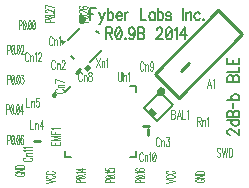
<source format=gto>
G04 DipTrace 2.4.0.2*
%IN2dB-bBLE.gto*%
%MOIN*%
%ADD10C,0.0098*%
%ADD13C,0.008*%
%ADD16C,0.006*%
%ADD33O,0.0189X0.0207*%
%ADD64C,0.0046*%
%ADD65C,0.0033*%
%ADD66C,0.0062*%
%FSLAX44Y44*%
G04*
G70*
G90*
G75*
G01*
%LNTopSilk*%
%LPD*%
X9810Y7700D2*
D10*
X10076Y7965D1*
X8927Y7611D2*
X11048Y9733D1*
X11843Y8937D1*
X9722Y6816D1*
X8927Y7611D1*
G36*
X9244Y7133D2*
X9268Y7097D1*
X9279Y7054D1*
X9277Y7008D1*
X9259Y6963D1*
X9230Y6924D1*
X9191Y6894D1*
X9146Y6877D1*
X9100Y6874D1*
X9057Y6885D1*
X9021Y6910D1*
X8996Y6946D1*
X8985Y6989D1*
X8988Y7035D1*
X9005Y7080D1*
X9035Y7119D1*
X9074Y7149D1*
X9119Y7166D1*
X9165Y7169D1*
X9208Y7157D1*
X9244Y7133D1*
G37*
X9531Y6566D2*
D16*
X9000Y6035D1*
X8559Y6477D1*
X9089Y7008D1*
X9531Y6566D1*
G36*
X8992Y6297D2*
X8853Y6159D1*
X8682Y6330D1*
X8820Y6468D1*
X8992Y6297D1*
G37*
X6440Y9564D2*
D10*
X6579Y9425D1*
X6443Y7775D2*
X6304Y7636D1*
X8690Y5581D2*
Y5778D1*
X7819Y7649D2*
Y7452D1*
X8546Y5869D2*
X8743D1*
X4908Y5376D2*
X5105D1*
X5539Y6899D2*
G02X5539Y6899I49J0D01*
G01*
X5943Y4852D2*
D13*
Y5049D1*
Y4852D2*
X6140D1*
X8108D2*
X8305D1*
Y5049D1*
Y7018D2*
Y7215D1*
X8108D2*
X8305D1*
X5943Y7018D2*
X6140Y7215D1*
D33*
X6500Y9364D3*
G36*
X6816Y7811D2*
X6695Y7690D1*
X6575Y7810D1*
X6696Y7931D1*
X6816Y7811D1*
G37*
G36*
X5974Y8712D2*
X5794Y8733D1*
X5822Y8560D1*
X5820Y8557D1*
D1*
X5974Y8712D1*
G37*
X7174Y8419D2*
D16*
X6759Y8005D1*
X6223Y8109D2*
X6120Y8212D1*
X6439Y9160D2*
X6021Y8742D1*
X6982Y9062D2*
X7079Y8965D1*
X10816Y7156D2*
D64*
X10747Y7458D1*
X10678Y7156D1*
X10704Y7257D2*
X10790D1*
X10872Y7400D2*
X10889Y7415D1*
X10915Y7457D1*
Y7156D1*
X9477Y6421D2*
Y6119D1*
X9555D1*
X9580Y6134D1*
X9589Y6148D1*
X9598Y6176D1*
Y6220D1*
X9589Y6248D1*
X9580Y6263D1*
X9555Y6277D1*
X9580Y6292D1*
X9589Y6306D1*
X9598Y6334D1*
Y6363D1*
X9589Y6392D1*
X9580Y6406D1*
X9555Y6421D1*
X9477D1*
Y6277D2*
X9555D1*
X9791Y6119D2*
X9722Y6421D1*
X9653Y6119D1*
X9679Y6220D2*
X9765D1*
X9847Y6421D2*
Y6119D1*
X9950D1*
X10005Y6363D2*
X10023Y6377D1*
X10049Y6420D1*
Y6119D1*
X5527Y8800D2*
X5518Y8828D1*
X5501Y8857D1*
X5484Y8872D1*
X5449D1*
X5432Y8857D1*
X5415Y8828D1*
X5406Y8800D1*
X5398Y8757D1*
Y8685D1*
X5406Y8642D1*
X5415Y8613D1*
X5432Y8585D1*
X5449Y8570D1*
X5484D1*
X5501Y8585D1*
X5518Y8613D1*
X5527Y8642D1*
X5582Y8771D2*
Y8570D1*
Y8714D2*
X5608Y8757D1*
X5626Y8771D1*
X5651D1*
X5669Y8757D1*
X5677Y8714D1*
Y8570D1*
X5733Y8814D2*
X5750Y8828D1*
X5776Y8871D1*
Y8570D1*
X5604Y8008D2*
X5595Y8037D1*
X5578Y8065D1*
X5561Y8080D1*
X5527D1*
X5509Y8065D1*
X5492Y8037D1*
X5483Y8008D1*
X5475Y7965D1*
Y7893D1*
X5483Y7850D1*
X5492Y7821D1*
X5509Y7793D1*
X5527Y7778D1*
X5561D1*
X5578Y7793D1*
X5595Y7821D1*
X5604Y7850D1*
X5660Y7979D2*
Y7778D1*
Y7922D2*
X5685Y7965D1*
X5703Y7979D1*
X5728D1*
X5746Y7965D1*
X5754Y7922D1*
Y7778D1*
X5819Y8008D2*
Y8022D1*
X5827Y8051D1*
X5836Y8065D1*
X5853Y8079D1*
X5887D1*
X5905Y8065D1*
X5913Y8051D1*
X5922Y8022D1*
Y7993D1*
X5913Y7965D1*
X5896Y7922D1*
X5810Y7778D1*
X5930D1*
X9086Y5435D2*
X9078Y5464D1*
X9061Y5493D1*
X9043Y5507D1*
X9009D1*
X8992Y5493D1*
X8975Y5464D1*
X8966Y5435D1*
X8957Y5392D1*
Y5320D1*
X8966Y5278D1*
X8975Y5249D1*
X8992Y5220D1*
X9009Y5206D1*
X9043D1*
X9061Y5220D1*
X9078Y5249D1*
X9086Y5278D1*
X9142Y5407D2*
Y5206D1*
Y5349D2*
X9168Y5392D1*
X9185Y5407D1*
X9211D1*
X9228Y5392D1*
X9237Y5349D1*
Y5206D1*
X9310Y5507D2*
X9404D1*
X9353Y5392D1*
X9378D1*
X9396Y5378D1*
X9404Y5363D1*
X9413Y5320D1*
Y5292D1*
X9404Y5249D1*
X9387Y5220D1*
X9361Y5206D1*
X9335D1*
X9310Y5220D1*
X9301Y5234D1*
X9292Y5263D1*
X5666Y7111D2*
X5638Y7102D1*
X5609Y7085D1*
X5595Y7068D1*
Y7033D1*
X5609Y7016D1*
X5638Y6999D1*
X5666Y6990D1*
X5709Y6982D1*
X5781D1*
X5824Y6990D1*
X5853Y6999D1*
X5881Y7016D1*
X5896Y7033D1*
Y7068D1*
X5881Y7085D1*
X5853Y7102D1*
X5824Y7111D1*
X5695Y7166D2*
X5896D1*
X5752D2*
X5709Y7192D1*
X5695Y7209D1*
Y7235D1*
X5709Y7252D1*
X5752Y7261D1*
X5896D1*
Y7351D2*
X5595Y7437D1*
Y7317D1*
X6502Y7605D2*
X6493Y7633D1*
X6476Y7662D1*
X6459Y7676D1*
X6425D1*
X6407Y7662D1*
X6390Y7633D1*
X6381Y7605D1*
X6373Y7562D1*
Y7490D1*
X6381Y7447D1*
X6390Y7418D1*
X6407Y7389D1*
X6425Y7375D1*
X6459D1*
X6476Y7389D1*
X6493Y7418D1*
X6502Y7447D1*
X6558Y7576D2*
Y7375D1*
Y7518D2*
X6583Y7562D1*
X6601Y7576D1*
X6626D1*
X6644Y7562D1*
X6652Y7518D1*
Y7375D1*
X6751Y7676D2*
X6725Y7662D1*
X6716Y7633D1*
Y7604D1*
X6725Y7576D1*
X6742Y7561D1*
X6777Y7547D1*
X6803Y7533D1*
X6820Y7504D1*
X6828Y7475D1*
Y7432D1*
X6820Y7404D1*
X6811Y7389D1*
X6785Y7375D1*
X6751D1*
X6725Y7389D1*
X6716Y7404D1*
X6708Y7432D1*
Y7475D1*
X6716Y7504D1*
X6734Y7533D1*
X6759Y7547D1*
X6794Y7561D1*
X6811Y7576D1*
X6820Y7604D1*
Y7633D1*
X6811Y7662D1*
X6785Y7676D1*
X6751D1*
X8556Y7958D2*
X8547Y7986D1*
X8530Y8015D1*
X8513Y8029D1*
X8478D1*
X8461Y8015D1*
X8444Y7986D1*
X8435Y7958D1*
X8427Y7915D1*
Y7843D1*
X8435Y7800D1*
X8444Y7771D1*
X8461Y7742D1*
X8478Y7728D1*
X8513D1*
X8530Y7742D1*
X8547Y7771D1*
X8556Y7800D1*
X8611Y7929D2*
Y7728D1*
Y7871D2*
X8637Y7915D1*
X8655Y7929D1*
X8680D1*
X8697Y7915D1*
X8706Y7871D1*
Y7728D1*
X8874Y7929D2*
X8865Y7886D1*
X8848Y7857D1*
X8822Y7843D1*
X8813D1*
X8787Y7857D1*
X8770Y7886D1*
X8762Y7929D1*
Y7943D1*
X8770Y7986D1*
X8787Y8015D1*
X8813Y8029D1*
X8822D1*
X8848Y8015D1*
X8865Y7986D1*
X8874Y7929D1*
Y7857D1*
X8865Y7785D1*
X8848Y7742D1*
X8822Y7728D1*
X8805D1*
X8779Y7742D1*
X8770Y7771D1*
X8530Y4931D2*
X8522Y4960D1*
X8505Y4988D1*
X8487Y5003D1*
X8453D1*
X8436Y4988D1*
X8419Y4960D1*
X8410Y4931D1*
X8401Y4888D1*
Y4816D1*
X8410Y4773D1*
X8419Y4744D1*
X8436Y4716D1*
X8453Y4701D1*
X8487D1*
X8505Y4716D1*
X8522Y4744D1*
X8530Y4773D1*
X8586Y4902D2*
Y4701D1*
Y4845D2*
X8612Y4888D1*
X8629Y4902D1*
X8655D1*
X8672Y4888D1*
X8681Y4845D1*
Y4701D1*
X8736Y4945D2*
X8754Y4960D1*
X8780Y5002D1*
Y4701D1*
X8887Y5002D2*
X8861Y4988D1*
X8844Y4945D1*
X8835Y4873D1*
Y4830D1*
X8844Y4759D1*
X8861Y4716D1*
X8887Y4701D1*
X8904D1*
X8930Y4716D1*
X8947Y4759D1*
X8956Y4830D1*
Y4873D1*
X8947Y4945D1*
X8930Y4988D1*
X8904Y5002D1*
X8887D1*
X8947Y4945D2*
X8844Y4759D1*
X4604Y4826D2*
X4576Y4817D1*
X4547Y4800D1*
X4533Y4783D1*
Y4748D1*
X4547Y4731D1*
X4576Y4714D1*
X4604Y4705D1*
X4647Y4696D1*
X4719D1*
X4762Y4705D1*
X4791Y4714D1*
X4820Y4731D1*
X4834Y4748D1*
Y4783D1*
X4820Y4800D1*
X4791Y4817D1*
X4762Y4826D1*
X4633Y4881D2*
X4834D1*
X4691D2*
X4647Y4907D1*
X4633Y4924D1*
Y4950D1*
X4647Y4967D1*
X4691Y4976D1*
X4834D1*
X4590Y5031D2*
X4576Y5049D1*
X4533Y5075D1*
X4834D1*
X4590Y5130D2*
X4576Y5148D1*
X4533Y5173D1*
X4834D1*
X4723Y8269D2*
X4715Y8297D1*
X4697Y8326D1*
X4680Y8340D1*
X4646D1*
X4628Y8326D1*
X4611Y8297D1*
X4603Y8269D1*
X4594Y8226D1*
Y8154D1*
X4603Y8111D1*
X4611Y8082D1*
X4628Y8054D1*
X4646Y8039D1*
X4680D1*
X4697Y8054D1*
X4715Y8082D1*
X4723Y8111D1*
X4779Y8240D2*
Y8039D1*
Y8183D2*
X4805Y8226D1*
X4822Y8240D1*
X4848D1*
X4865Y8226D1*
X4873Y8183D1*
Y8039D1*
X4929Y8283D2*
X4946Y8297D1*
X4972Y8340D1*
Y8039D1*
X5036Y8268D2*
Y8283D1*
X5045Y8312D1*
X5054Y8326D1*
X5071Y8340D1*
X5105D1*
X5122Y8326D1*
X5131Y8312D1*
X5140Y8283D1*
Y8254D1*
X5131Y8225D1*
X5114Y8183D1*
X5028Y8039D1*
X5148D1*
X5465Y5354D2*
Y5242D1*
X5767D1*
Y5354D1*
X5609Y5242D2*
Y5311D1*
X5767Y5547D2*
X5465D1*
X5767Y5478D1*
X5465Y5409D1*
X5767D1*
X5465Y5714D2*
Y5602D1*
X5767D1*
X5609D2*
Y5671D1*
X5523Y5770D2*
X5508Y5787D1*
X5465Y5813D1*
X5767D1*
X4779Y6071D2*
Y5770D1*
X4883D1*
X4938Y5971D2*
Y5770D1*
Y5913D2*
X4964Y5956D1*
X4981Y5971D1*
X5007D1*
X5024Y5956D1*
X5033Y5913D1*
Y5770D1*
X5175D2*
Y6071D1*
X5088Y5870D1*
X5218D1*
X4643Y6820D2*
Y6518D1*
X4746D1*
X4801Y6719D2*
Y6518D1*
Y6662D2*
X4827Y6705D1*
X4845Y6719D1*
X4870D1*
X4888Y6705D1*
X4896Y6662D1*
Y6518D1*
X5055Y6819D2*
X4969D1*
X4960Y6690D1*
X4969Y6705D1*
X4995Y6719D1*
X5021D1*
X5046Y6705D1*
X5064Y6676D1*
X5072Y6633D1*
Y6605D1*
X5064Y6561D1*
X5046Y6533D1*
X5021Y6518D1*
X4995D1*
X4969Y6533D1*
X4960Y6547D1*
X4952Y6576D1*
X10340Y6039D2*
X10417D1*
X10443Y6053D1*
X10452Y6068D1*
X10460Y6096D1*
Y6125D1*
X10452Y6153D1*
X10443Y6168D1*
X10417Y6182D1*
X10340D1*
Y5881D1*
X10400Y6039D2*
X10460Y5881D1*
X10516Y6082D2*
Y5881D1*
Y6024D2*
X10542Y6068D1*
X10559Y6082D1*
X10585D1*
X10602Y6068D1*
X10611Y6024D1*
Y5881D1*
X10666Y6125D2*
X10684Y6139D1*
X10709Y6182D1*
Y5881D1*
X11112Y5106D2*
X11095Y5135D1*
X11069Y5150D1*
X11035D1*
X11009Y5135D1*
X10992Y5106D1*
Y5078D1*
X11000Y5049D1*
X11009Y5035D1*
X11026Y5021D1*
X11078Y4992D1*
X11095Y4977D1*
X11104Y4963D1*
X11112Y4934D1*
Y4891D1*
X11095Y4863D1*
X11069Y4848D1*
X11035D1*
X11009Y4863D1*
X10992Y4891D1*
X11168Y5150D2*
X11211Y4848D1*
X11254Y5150D1*
X11297Y4848D1*
X11340Y5150D1*
X11396D2*
Y4848D1*
X11456D1*
X11482Y4863D1*
X11499Y4891D1*
X11508Y4920D1*
X11516Y4963D1*
Y5035D1*
X11508Y5078D1*
X11499Y5106D1*
X11482Y5135D1*
X11456Y5150D1*
X11396D1*
X7696Y7680D2*
Y7465D1*
X7704Y7421D1*
X7721Y7393D1*
X7747Y7378D1*
X7764D1*
X7790Y7393D1*
X7808Y7421D1*
X7816Y7465D1*
Y7680D1*
X7872Y7579D2*
Y7378D1*
Y7522D2*
X7898Y7565D1*
X7915Y7579D1*
X7941D1*
X7958Y7565D1*
X7966Y7522D1*
Y7378D1*
X8022Y7622D2*
X8039Y7637D1*
X8065Y7679D1*
Y7378D1*
X6981Y8142D2*
X7101Y7841D1*
Y8142D2*
X6981Y7841D1*
X7157Y8042D2*
Y7841D1*
Y7984D2*
X7183Y8027D1*
X7200Y8042D1*
X7226D1*
X7243Y8027D1*
X7251Y7984D1*
Y7841D1*
X7307Y8085D2*
X7324Y8099D1*
X7350Y8142D1*
Y7841D1*
X5286Y3978D2*
D65*
X5588Y4036D1*
X5286Y4093D1*
X5358Y4234D2*
X5329Y4227D1*
X5300Y4212D1*
X5286Y4198D1*
Y4169D1*
X5300Y4155D1*
X5329Y4140D1*
X5358Y4133D1*
X5401Y4126D1*
X5473D1*
X5516Y4133D1*
X5544Y4140D1*
X5573Y4155D1*
X5588Y4169D1*
Y4198D1*
X5573Y4212D1*
X5544Y4227D1*
X5516Y4234D1*
X5358Y4374D2*
X5329Y4367D1*
X5300Y4352D1*
X5286Y4338D1*
Y4310D1*
X5300Y4295D1*
X5329Y4281D1*
X5358Y4274D1*
X5401Y4266D1*
X5473D1*
X5516Y4274D1*
X5544Y4281D1*
X5573Y4295D1*
X5588Y4310D1*
Y4338D1*
X5573Y4352D1*
X5544Y4367D1*
X5516Y4374D1*
X4350Y4322D2*
X4321Y4314D1*
X4292Y4300D1*
X4278Y4286D1*
Y4257D1*
X4292Y4243D1*
X4321Y4228D1*
X4350Y4221D1*
X4393Y4214D1*
X4465D1*
X4507Y4221D1*
X4536Y4228D1*
X4565Y4243D1*
X4579Y4257D1*
Y4286D1*
X4565Y4300D1*
X4536Y4314D1*
X4507Y4322D1*
X4465D1*
Y4286D1*
X4278Y4455D2*
X4579D1*
X4278Y4354D1*
X4579D1*
X4278Y4488D2*
X4579D1*
Y4538D1*
X4565Y4559D1*
X4536Y4574D1*
X4507Y4581D1*
X4465Y4588D1*
X4393D1*
X4350Y4581D1*
X4321Y4574D1*
X4292Y4559D1*
X4278Y4538D1*
Y4488D1*
X6961Y9807D2*
D66*
X6762D1*
Y9405D1*
Y9616D2*
X6884D1*
X7075Y9673D2*
X7167Y9405D1*
X7136Y9329D1*
X7106Y9290D1*
X7075Y9271D1*
X7060D1*
X7259Y9673D2*
X7167Y9405D1*
X7358Y9807D2*
Y9405D1*
Y9616D2*
X7388Y9654D1*
X7419Y9673D1*
X7465D1*
X7495Y9654D1*
X7526Y9616D1*
X7541Y9558D1*
Y9520D1*
X7526Y9463D1*
X7495Y9425D1*
X7465Y9405D1*
X7419D1*
X7388Y9425D1*
X7358Y9463D1*
X7640Y9558D2*
X7824D1*
Y9597D1*
X7808Y9635D1*
X7793Y9654D1*
X7762Y9673D1*
X7716D1*
X7686Y9654D1*
X7655Y9616D1*
X7640Y9558D1*
Y9520D1*
X7655Y9463D1*
X7686Y9425D1*
X7716Y9405D1*
X7762D1*
X7793Y9425D1*
X7824Y9463D1*
X7922Y9673D2*
Y9405D1*
Y9558D2*
X7938Y9616D1*
X7968Y9654D1*
X7999Y9673D1*
X8045D1*
X8455Y9807D2*
Y9405D1*
X8639D1*
X8921Y9673D2*
Y9405D1*
Y9616D2*
X8891Y9654D1*
X8860Y9673D1*
X8814D1*
X8783Y9654D1*
X8753Y9616D1*
X8737Y9558D1*
Y9520D1*
X8753Y9463D1*
X8783Y9425D1*
X8814Y9405D1*
X8860D1*
X8891Y9425D1*
X8921Y9463D1*
X9020Y9807D2*
Y9405D1*
Y9616D2*
X9051Y9654D1*
X9081Y9673D1*
X9127D1*
X9157Y9654D1*
X9188Y9616D1*
X9203Y9558D1*
Y9520D1*
X9188Y9463D1*
X9157Y9425D1*
X9127Y9405D1*
X9081D1*
X9051Y9425D1*
X9020Y9463D1*
X9471Y9616D2*
X9455Y9654D1*
X9409Y9673D1*
X9363D1*
X9317Y9654D1*
X9302Y9616D1*
X9317Y9578D1*
X9348Y9558D1*
X9425Y9539D1*
X9455Y9520D1*
X9471Y9482D1*
Y9463D1*
X9455Y9425D1*
X9409Y9405D1*
X9363D1*
X9317Y9425D1*
X9302Y9463D1*
X9880Y9807D2*
Y9405D1*
X9979Y9673D2*
Y9405D1*
Y9597D2*
X10025Y9654D1*
X10056Y9673D1*
X10102D1*
X10132Y9654D1*
X10148Y9597D1*
Y9405D1*
X10430Y9616D2*
X10400Y9654D1*
X10369Y9673D1*
X10323D1*
X10292Y9654D1*
X10262Y9616D1*
X10246Y9558D1*
Y9520D1*
X10262Y9463D1*
X10292Y9425D1*
X10323Y9405D1*
X10369D1*
X10400Y9425D1*
X10430Y9463D1*
X10544Y9444D2*
X10529Y9424D1*
X10544Y9405D1*
X10560Y9424D1*
X10544Y9444D1*
X11438Y5589D2*
X11419D1*
X11381Y5604D1*
X11362Y5619D1*
X11343Y5650D1*
Y5711D1*
X11362Y5742D1*
X11381Y5757D1*
X11419Y5772D1*
X11458D1*
X11496Y5757D1*
X11553Y5727D1*
X11744Y5573D1*
Y5788D1*
X11343Y6070D2*
X11744D1*
X11534D2*
X11496Y6040D1*
X11477Y6009D1*
Y5963D1*
X11496Y5932D1*
X11534Y5902D1*
X11591Y5887D1*
X11630D1*
X11687Y5902D1*
X11725Y5932D1*
X11744Y5963D1*
Y6009D1*
X11725Y6040D1*
X11687Y6070D1*
X11343Y6169D2*
X11744D1*
Y6307D1*
X11725Y6353D1*
X11706Y6368D1*
X11668Y6383D1*
X11610D1*
X11572Y6368D1*
X11553Y6353D1*
X11534Y6307D1*
X11515Y6353D1*
X11496Y6368D1*
X11458Y6383D1*
X11419D1*
X11381Y6368D1*
X11362Y6353D1*
X11343Y6307D1*
Y6169D1*
X11534D2*
Y6307D1*
X11544Y6482D2*
Y6659D1*
X11343Y6758D2*
X11744D1*
X11534D2*
X11496Y6789D1*
X11477Y6819D1*
Y6865D1*
X11496Y6895D1*
X11534Y6926D1*
X11591Y6941D1*
X11630D1*
X11687Y6926D1*
X11725Y6895D1*
X11744Y6865D1*
Y6819D1*
X11725Y6789D1*
X11687Y6758D1*
X11343Y7351D2*
X11744D1*
Y7489D1*
X11725Y7535D1*
X11706Y7550D1*
X11668Y7566D1*
X11610D1*
X11572Y7550D1*
X11553Y7535D1*
X11534Y7489D1*
X11515Y7535D1*
X11496Y7550D1*
X11458Y7566D1*
X11419D1*
X11381Y7550D1*
X11362Y7535D1*
X11343Y7489D1*
Y7351D1*
X11534D2*
Y7489D1*
X11343Y7664D2*
X11744D1*
Y7848D1*
X11343Y8146D2*
Y7947D1*
X11744D1*
Y8146D1*
X11534Y7947D2*
Y8069D1*
X7302Y8973D2*
X7440D1*
X7486Y8992D1*
X7502Y9011D1*
X7517Y9049D1*
Y9088D1*
X7502Y9126D1*
X7486Y9145D1*
X7440Y9164D1*
X7302D1*
Y8763D1*
X7410Y8973D2*
X7517Y8763D1*
X7708Y9164D2*
X7662Y9145D1*
X7631Y9087D1*
X7616Y8992D1*
Y8935D1*
X7631Y8839D1*
X7662Y8782D1*
X7708Y8763D1*
X7738D1*
X7784Y8782D1*
X7814Y8839D1*
X7830Y8935D1*
Y8992D1*
X7814Y9087D1*
X7784Y9145D1*
X7738Y9164D1*
X7708D1*
X7814Y9087D2*
X7631Y8839D1*
X7944Y8801D2*
X7929Y8782D1*
X7944Y8763D1*
X7960Y8782D1*
X7944Y8801D1*
X8258Y9030D2*
X8242Y8973D1*
X8212Y8935D1*
X8166Y8915D1*
X8150D1*
X8104Y8935D1*
X8074Y8973D1*
X8058Y9030D1*
Y9049D1*
X8074Y9107D1*
X8104Y9145D1*
X8150Y9164D1*
X8166D1*
X8212Y9145D1*
X8242Y9107D1*
X8258Y9030D1*
Y8935D1*
X8242Y8839D1*
X8212Y8782D1*
X8166Y8763D1*
X8135D1*
X8089Y8782D1*
X8074Y8820D1*
X8356Y9164D2*
Y8763D1*
X8494D1*
X8540Y8782D1*
X8555Y8801D1*
X8571Y8839D1*
Y8896D1*
X8555Y8935D1*
X8540Y8954D1*
X8494Y8973D1*
X8540Y8992D1*
X8555Y9011D1*
X8571Y9049D1*
Y9088D1*
X8555Y9126D1*
X8540Y9145D1*
X8494Y9164D1*
X8356D1*
Y8973D2*
X8494D1*
X8996Y9068D2*
Y9087D1*
X9011Y9126D1*
X9027Y9145D1*
X9057Y9164D1*
X9119D1*
X9149Y9145D1*
X9164Y9126D1*
X9180Y9087D1*
Y9049D1*
X9164Y9011D1*
X9134Y8954D1*
X8981Y8763D1*
X9195D1*
X9386Y9164D2*
X9340Y9145D1*
X9309Y9087D1*
X9294Y8992D1*
Y8935D1*
X9309Y8839D1*
X9340Y8782D1*
X9386Y8763D1*
X9416D1*
X9462Y8782D1*
X9493Y8839D1*
X9508Y8935D1*
Y8992D1*
X9493Y9087D1*
X9462Y9145D1*
X9416Y9164D1*
X9386D1*
X9493Y9087D2*
X9309Y8839D1*
X9607Y9087D2*
X9638Y9107D1*
X9684Y9164D1*
Y8763D1*
X9936D2*
Y9164D1*
X9782Y8896D1*
X10012D1*
X6547Y9340D2*
D65*
Y9405D1*
X6533Y9426D1*
X6518Y9433D1*
X6490Y9440D1*
X6447D1*
X6418Y9433D1*
X6404Y9426D1*
X6389Y9405D1*
Y9340D1*
X6691D1*
X6390Y9516D2*
X6404Y9495D1*
X6447Y9480D1*
X6519Y9473D1*
X6562D1*
X6634Y9480D1*
X6677Y9495D1*
X6691Y9516D1*
Y9531D1*
X6677Y9552D1*
X6634Y9566D1*
X6562Y9574D1*
X6519D1*
X6447Y9566D1*
X6404Y9552D1*
X6390Y9531D1*
Y9516D1*
X6447Y9566D2*
X6634Y9480D1*
X6662Y9614D2*
X6677Y9607D1*
X6691Y9614D1*
X6677Y9621D1*
X6662Y9614D1*
X6461Y9661D2*
X6447D1*
X6418Y9668D1*
X6404Y9675D1*
X6390Y9690D1*
Y9718D1*
X6404Y9733D1*
X6418Y9740D1*
X6447Y9747D1*
X6476D1*
X6505Y9740D1*
X6547Y9726D1*
X6691Y9654D1*
Y9754D1*
X6433Y9873D2*
X6404Y9866D1*
X6390Y9844D1*
Y9830D1*
X6404Y9809D1*
X6447Y9794D1*
X6519Y9787D1*
X6590D1*
X6648Y9794D1*
X6677Y9809D1*
X6691Y9830D1*
Y9837D1*
X6677Y9859D1*
X6648Y9873D1*
X6605Y9880D1*
X6590D1*
X6547Y9873D1*
X6519Y9859D1*
X6505Y9837D1*
Y9830D1*
X6519Y9809D1*
X6547Y9794D1*
X6590Y9787D1*
X5425Y9357D2*
Y9421D1*
X5411Y9443D1*
X5396Y9450D1*
X5368Y9457D1*
X5325D1*
X5296Y9450D1*
X5281Y9443D1*
X5267Y9421D1*
Y9357D1*
X5569D1*
X5268Y9533D2*
X5282Y9512D1*
X5325Y9497D1*
X5397Y9490D1*
X5440D1*
X5511Y9497D1*
X5554Y9512D1*
X5569Y9533D1*
Y9547D1*
X5554Y9569D1*
X5511Y9583D1*
X5440Y9590D1*
X5397D1*
X5325Y9583D1*
X5282Y9569D1*
X5268Y9547D1*
Y9533D1*
X5325Y9583D2*
X5511Y9497D1*
X5540Y9630D2*
X5554Y9623D1*
X5569Y9630D1*
X5554Y9638D1*
X5540Y9630D1*
X5339Y9678D2*
X5325D1*
X5296Y9685D1*
X5282Y9692D1*
X5268Y9707D1*
Y9735D1*
X5282Y9749D1*
X5296Y9757D1*
X5325Y9764D1*
X5353D1*
X5382Y9757D1*
X5425Y9742D1*
X5569Y9671D1*
Y9771D1*
Y9833D2*
X5268Y9904D1*
Y9804D1*
X4391Y9249D2*
X4456D1*
X4477Y9263D1*
X4484Y9278D1*
X4491Y9307D1*
Y9350D1*
X4484Y9378D1*
X4477Y9393D1*
X4456Y9407D1*
X4391D1*
Y9106D1*
X4567Y9407D2*
X4546Y9392D1*
X4531Y9349D1*
X4524Y9278D1*
Y9235D1*
X4531Y9163D1*
X4546Y9120D1*
X4567Y9106D1*
X4582D1*
X4603Y9120D1*
X4617Y9163D1*
X4625Y9235D1*
Y9278D1*
X4617Y9349D1*
X4603Y9392D1*
X4582Y9407D1*
X4567D1*
X4617Y9349D2*
X4531Y9163D1*
X4665Y9134D2*
X4657Y9120D1*
X4665Y9106D1*
X4672Y9120D1*
X4665Y9134D1*
X4748Y9407D2*
X4726Y9392D1*
X4712Y9349D1*
X4705Y9278D1*
Y9235D1*
X4712Y9163D1*
X4726Y9120D1*
X4748Y9106D1*
X4762D1*
X4784Y9120D1*
X4798Y9163D1*
X4805Y9235D1*
Y9278D1*
X4798Y9349D1*
X4784Y9392D1*
X4762Y9407D1*
X4748D1*
X4798Y9349D2*
X4712Y9163D1*
X4881Y9407D2*
X4860Y9392D1*
X4845Y9349D1*
X4838Y9278D1*
Y9235D1*
X4845Y9163D1*
X4860Y9120D1*
X4881Y9106D1*
X4895D1*
X4917Y9120D1*
X4931Y9163D1*
X4938Y9235D1*
Y9278D1*
X4931Y9349D1*
X4917Y9392D1*
X4895Y9407D1*
X4881D1*
X4931Y9349D2*
X4845Y9163D1*
X4007Y8426D2*
X4072D1*
X4093Y8441D1*
X4100Y8455D1*
X4108Y8484D1*
Y8527D1*
X4100Y8555D1*
X4093Y8570D1*
X4072Y8584D1*
X4007D1*
Y8283D1*
X4184Y8584D2*
X4162Y8570D1*
X4148Y8527D1*
X4140Y8455D1*
Y8412D1*
X4148Y8340D1*
X4162Y8297D1*
X4184Y8283D1*
X4198D1*
X4219Y8297D1*
X4234Y8340D1*
X4241Y8412D1*
Y8455D1*
X4234Y8527D1*
X4219Y8570D1*
X4198Y8584D1*
X4184D1*
X4234Y8527D2*
X4148Y8340D1*
X4281Y8312D2*
X4274Y8297D1*
X4281Y8283D1*
X4288Y8297D1*
X4281Y8312D1*
X4364Y8584D2*
X4342Y8570D1*
X4328Y8527D1*
X4321Y8455D1*
Y8412D1*
X4328Y8340D1*
X4342Y8297D1*
X4364Y8283D1*
X4378D1*
X4400Y8297D1*
X4414Y8340D1*
X4421Y8412D1*
Y8455D1*
X4414Y8527D1*
X4400Y8570D1*
X4378Y8584D1*
X4364D1*
X4414Y8527D2*
X4328Y8340D1*
X4462Y8512D2*
Y8527D1*
X4469Y8555D1*
X4476Y8570D1*
X4490Y8584D1*
X4519D1*
X4533Y8570D1*
X4540Y8555D1*
X4548Y8527D1*
Y8498D1*
X4540Y8469D1*
X4526Y8426D1*
X4454Y8283D1*
X4555D1*
X4004Y7435D2*
X4069D1*
X4090Y7449D1*
X4098Y7464D1*
X4105Y7493D1*
Y7536D1*
X4098Y7564D1*
X4090Y7579D1*
X4069Y7593D1*
X4004D1*
Y7292D1*
X4181Y7593D2*
X4159Y7578D1*
X4145Y7535D1*
X4138Y7464D1*
Y7421D1*
X4145Y7349D1*
X4159Y7306D1*
X4181Y7292D1*
X4195D1*
X4217Y7306D1*
X4231Y7349D1*
X4238Y7421D1*
Y7464D1*
X4231Y7535D1*
X4217Y7578D1*
X4195Y7593D1*
X4181D1*
X4231Y7535D2*
X4145Y7349D1*
X4278Y7320D2*
X4271Y7306D1*
X4278Y7292D1*
X4285Y7306D1*
X4278Y7320D1*
X4361Y7593D2*
X4340Y7578D1*
X4325Y7535D1*
X4318Y7464D1*
Y7421D1*
X4325Y7349D1*
X4340Y7306D1*
X4361Y7292D1*
X4376D1*
X4397Y7306D1*
X4411Y7349D1*
X4419Y7421D1*
Y7464D1*
X4411Y7535D1*
X4397Y7578D1*
X4376Y7593D1*
X4361D1*
X4411Y7535D2*
X4325Y7349D1*
X4466Y7593D2*
X4545D1*
X4502Y7478D1*
X4523D1*
X4538Y7464D1*
X4545Y7449D1*
X4552Y7406D1*
Y7378D1*
X4545Y7335D1*
X4530Y7306D1*
X4509Y7292D1*
X4487D1*
X4466Y7306D1*
X4459Y7320D1*
X4451Y7349D1*
X3983Y6438D2*
X4048D1*
X4069Y6452D1*
X4077Y6467D1*
X4084Y6495D1*
Y6539D1*
X4077Y6567D1*
X4069Y6582D1*
X4048Y6596D1*
X3983D1*
Y6295D1*
X4160Y6596D2*
X4138Y6581D1*
X4124Y6538D1*
X4117Y6467D1*
Y6424D1*
X4124Y6352D1*
X4138Y6309D1*
X4160Y6295D1*
X4174D1*
X4196Y6309D1*
X4210Y6352D1*
X4217Y6424D1*
Y6467D1*
X4210Y6538D1*
X4196Y6581D1*
X4174Y6596D1*
X4160D1*
X4210Y6538D2*
X4124Y6352D1*
X4257Y6323D2*
X4250Y6309D1*
X4257Y6295D1*
X4264Y6309D1*
X4257Y6323D1*
X4340Y6596D2*
X4319Y6581D1*
X4304Y6538D1*
X4297Y6467D1*
Y6424D1*
X4304Y6352D1*
X4319Y6309D1*
X4340Y6295D1*
X4355D1*
X4376Y6309D1*
X4390Y6352D1*
X4398Y6424D1*
Y6467D1*
X4390Y6538D1*
X4376Y6581D1*
X4355Y6596D1*
X4340D1*
X4390Y6538D2*
X4304Y6352D1*
X4502Y6295D2*
Y6596D1*
X4431Y6395D1*
X4538D1*
X4001Y5421D2*
X4066D1*
X4087Y5435D1*
X4094Y5450D1*
X4101Y5478D1*
Y5521D1*
X4094Y5550D1*
X4087Y5564D1*
X4066Y5579D1*
X4001D1*
Y5277D1*
X4177Y5578D2*
X4156Y5564D1*
X4141Y5521D1*
X4134Y5449D1*
Y5406D1*
X4141Y5335D1*
X4156Y5292D1*
X4177Y5277D1*
X4192D1*
X4213Y5292D1*
X4227Y5335D1*
X4235Y5406D1*
Y5449D1*
X4227Y5521D1*
X4213Y5564D1*
X4192Y5578D1*
X4177D1*
X4227Y5521D2*
X4141Y5335D1*
X4275Y5306D2*
X4268Y5292D1*
X4275Y5277D1*
X4282Y5292D1*
X4275Y5306D1*
X4358Y5578D2*
X4336Y5564D1*
X4322Y5521D1*
X4315Y5449D1*
Y5406D1*
X4322Y5335D1*
X4336Y5292D1*
X4358Y5277D1*
X4372D1*
X4394Y5292D1*
X4408Y5335D1*
X4415Y5406D1*
Y5449D1*
X4408Y5521D1*
X4394Y5564D1*
X4372Y5578D1*
X4358D1*
X4408Y5521D2*
X4322Y5335D1*
X4534Y5536D2*
X4527Y5564D1*
X4505Y5578D1*
X4491D1*
X4470Y5564D1*
X4455Y5521D1*
X4448Y5449D1*
Y5378D1*
X4455Y5320D1*
X4470Y5292D1*
X4491Y5277D1*
X4498D1*
X4520Y5292D1*
X4534Y5320D1*
X4541Y5364D1*
Y5378D1*
X4534Y5421D1*
X4520Y5449D1*
X4498Y5464D1*
X4491D1*
X4470Y5449D1*
X4455Y5421D1*
X4448Y5378D1*
X9286Y3994D2*
X9588Y4051D1*
X9286Y4109D1*
X9358Y4249D2*
X9329Y4242D1*
X9301Y4228D1*
X9286Y4213D1*
Y4185D1*
X9301Y4170D1*
X9329Y4156D1*
X9358Y4149D1*
X9401Y4142D1*
X9473D1*
X9516Y4149D1*
X9545Y4156D1*
X9573Y4170D1*
X9588Y4185D1*
Y4213D1*
X9573Y4228D1*
X9545Y4242D1*
X9516Y4249D1*
X9358Y4390D2*
X9329Y4383D1*
X9301Y4368D1*
X9286Y4354D1*
Y4325D1*
X9301Y4311D1*
X9329Y4296D1*
X9358Y4289D1*
X9401Y4282D1*
X9473D1*
X9516Y4289D1*
X9545Y4296D1*
X9573Y4311D1*
X9588Y4325D1*
Y4354D1*
X9573Y4368D1*
X9545Y4383D1*
X9516Y4390D1*
X10354Y4111D2*
X10326Y4104D1*
X10297Y4089D1*
X10283Y4075D1*
Y4046D1*
X10297Y4032D1*
X10326Y4018D1*
X10354Y4010D1*
X10398Y4003D1*
X10469D1*
X10512Y4010D1*
X10541Y4018D1*
X10570Y4032D1*
X10584Y4046D1*
Y4075D1*
X10570Y4089D1*
X10541Y4104D1*
X10512Y4111D1*
X10469D1*
Y4075D1*
X10283Y4244D2*
X10584D1*
X10283Y4144D1*
X10584D1*
X10283Y4277D2*
X10584D1*
Y4327D1*
X10570Y4349D1*
X10541Y4363D1*
X10512Y4370D1*
X10469Y4377D1*
X10398D1*
X10354Y4370D1*
X10326Y4363D1*
X10297Y4349D1*
X10283Y4327D1*
Y4277D1*
X6446Y4001D2*
Y4066D1*
X6432Y4087D1*
X6417Y4094D1*
X6389Y4101D1*
X6346D1*
X6317Y4094D1*
X6302Y4087D1*
X6288Y4066D1*
Y4001D1*
X6590D1*
X6289Y4177D2*
X6303Y4156D1*
X6346Y4141D1*
X6418Y4134D1*
X6461D1*
X6532Y4141D1*
X6575Y4156D1*
X6590Y4177D1*
Y4192D1*
X6575Y4213D1*
X6532Y4227D1*
X6461Y4235D1*
X6418D1*
X6346Y4227D1*
X6303Y4213D1*
X6289Y4192D1*
Y4177D1*
X6346Y4227D2*
X6532Y4141D1*
X6561Y4275D2*
X6575Y4268D1*
X6590Y4275D1*
X6575Y4282D1*
X6561Y4275D1*
X6346Y4315D2*
X6331Y4329D1*
X6289Y4351D1*
X6590D1*
Y4455D2*
X6289D1*
X6489Y4384D1*
Y4491D1*
X7439Y4003D2*
Y4067D1*
X7425Y4089D1*
X7410Y4096D1*
X7382Y4103D1*
X7338D1*
X7310Y4096D1*
X7295Y4089D1*
X7281Y4067D1*
Y4003D1*
X7582D1*
X7281Y4179D2*
X7296Y4157D1*
X7339Y4143D1*
X7410Y4136D1*
X7453D1*
X7525Y4143D1*
X7568Y4157D1*
X7582Y4179D1*
Y4193D1*
X7568Y4215D1*
X7525Y4229D1*
X7453Y4236D1*
X7410D1*
X7339Y4229D1*
X7296Y4215D1*
X7281Y4193D1*
Y4179D1*
X7339Y4229D2*
X7525Y4143D1*
X7554Y4276D2*
X7568Y4269D1*
X7582Y4276D1*
X7568Y4284D1*
X7554Y4276D1*
X7339Y4316D2*
X7324Y4331D1*
X7281Y4352D1*
X7582D1*
X7281Y4471D2*
Y4400D1*
X7410Y4392D1*
X7396Y4400D1*
X7382Y4421D1*
Y4442D1*
X7396Y4464D1*
X7425Y4478D1*
X7468Y4486D1*
X7496D1*
X7539Y4478D1*
X7568Y4464D1*
X7582Y4442D1*
Y4421D1*
X7568Y4400D1*
X7554Y4392D1*
X7525Y4385D1*
X8441Y4001D2*
Y4066D1*
X8427Y4087D1*
X8412Y4094D1*
X8383Y4102D1*
X8340D1*
X8312Y4094D1*
X8297Y4087D1*
X8283Y4066D1*
Y4001D1*
X8584D1*
X8283Y4177D2*
X8298Y4156D1*
X8341Y4141D1*
X8412Y4134D1*
X8455D1*
X8527Y4141D1*
X8570Y4156D1*
X8584Y4177D1*
Y4192D1*
X8570Y4213D1*
X8527Y4228D1*
X8455Y4235D1*
X8412D1*
X8341Y4228D1*
X8298Y4213D1*
X8283Y4192D1*
Y4177D1*
X8341Y4228D2*
X8527Y4141D1*
X8556Y4275D2*
X8570Y4268D1*
X8584Y4275D1*
X8570Y4282D1*
X8556Y4275D1*
X8341Y4315D2*
X8326Y4329D1*
X8283Y4351D1*
X8584D1*
X8326Y4470D2*
X8298Y4463D1*
X8283Y4441D1*
Y4427D1*
X8298Y4405D1*
X8341Y4391D1*
X8412Y4384D1*
X8484D1*
X8541Y4391D1*
X8570Y4405D1*
X8584Y4427D1*
Y4434D1*
X8570Y4455D1*
X8541Y4470D1*
X8498Y4477D1*
X8484D1*
X8441Y4470D1*
X8412Y4455D1*
X8398Y4434D1*
Y4427D1*
X8412Y4405D1*
X8441Y4391D1*
X8484Y4384D1*
M02*

</source>
